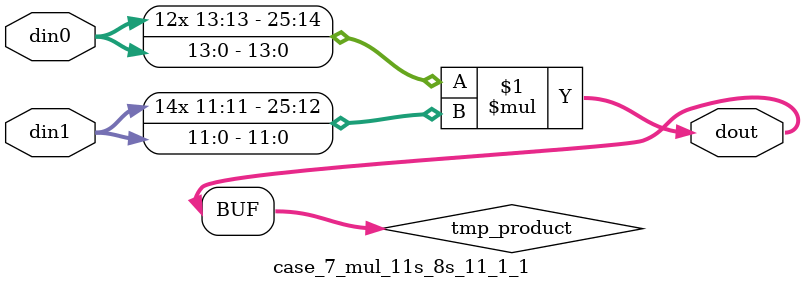
<source format=v>

`timescale 1 ns / 1 ps

 module case_7_mul_11s_8s_11_1_1(din0, din1, dout);
parameter ID = 1;
parameter NUM_STAGE = 0;
parameter din0_WIDTH = 14;
parameter din1_WIDTH = 12;
parameter dout_WIDTH = 26;

input [din0_WIDTH - 1 : 0] din0; 
input [din1_WIDTH - 1 : 0] din1; 
output [dout_WIDTH - 1 : 0] dout;

wire signed [dout_WIDTH - 1 : 0] tmp_product;



























assign tmp_product = $signed(din0) * $signed(din1);








assign dout = tmp_product;





















endmodule

</source>
